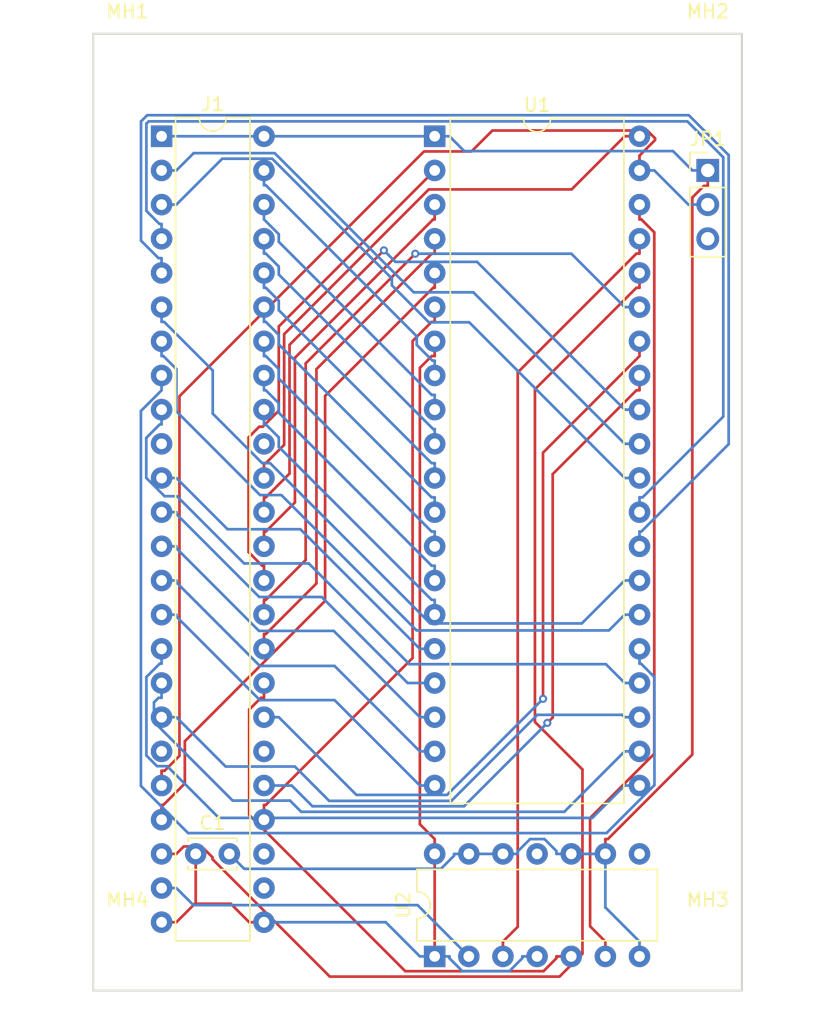
<source format=kicad_pcb>
(kicad_pcb (version 20211014) (generator pcbnew)
  (layers (0 "F.Cu" signal) (31 "B.Cu" signal) (34 "B.Paste" user) (35 "F.Paste" user) (36 "B.SilkS" user "B.Silkscreen") (37 "F.SilkS" user "F.Silkscreen") (38 "B.Mask" user) (39 "F.Mask" user) (44 "Edge.Cuts" user))
  (net 0 "")
  (net 1 "VCC")
  (net 2 "GND")
  (net 3 "Net-(J1-Pad30)")
  (net 4 "/P26")
  (net 5 "Net-(J1-Pad27)")
  (net 6 "/P27")
  (net 7 "/P47")
  (net 8 "/P46")
  (net 9 "Net-(J1-Pad26)")
  (net 10 "Net-(J1-Pad19)")
  (net 11 "/P25")
  (net 12 "/P24")
  (net 13 "/P23")
  (net 14 "/P22")
  (net 15 "/P21")
  (net 16 "/P20")
  (net 17 "/P34")
  (net 18 "Net-(J1-Pad10)")
  (net 19 "/P35")
  (net 20 "/P17")
  (net 21 "/P36")
  (net 22 "/P16")
  (net 23 "Net-(J1-Pad39)")
  (net 24 "/P15")
  (net 25 "/P40")
  (net 26 "/P14")
  (net 27 "/P41")
  (net 28 "/P13")
  (net 29 "/P42")
  (net 30 "/P12")
  (net 31 "/P11")
  (net 32 "/P44")
  (net 33 "/P10")
  (net 34 "/P45")
  (net 35 "Net-(U2-Pad11)")
  (net 36 "Net-(U2-Pad8)")
  (net 37 "/P33")
  (net 38 "/P32")
  (net 39 "/P31")
  (net 40 "/P30")
  (net 41 "/P51")
  (net 42 "/P55")
  (net 43 "/P43")
  (net 44 "/P37")
  (net 45 "/P52")
  (net 46 "/P54")
  (net 47 "/P50")
  (net 48 "Net-(JP1-Pad3)")
  (net 49 "/EXTAL")
  (net 50 "/P53")
  (net 51 "Net-(U1-Pad37)")
  (footprint "MountingHole:MountingHole_3.2mm_M3" (layer "F.Cu") (at 101 70)
    (fp_text reference "MH1" (at 0 -4.2) (layer "F.SilkS"))
    (fp_text value "MountingHole_3.2mm_M3")
    (pad "" np_thru_hole circle locked (at 0 0) (size 3.2 3.2) (drill 3.2) (layers *.Cu *.Mask))
  )
  (footprint "MountingHole:MountingHole_3.2mm_M3" (layer "F.Cu") (at 144.18 70)
    (fp_text reference "MH2" (at 0 -4.2) (layer "F.SilkS"))
    (fp_text value "MountingHole_3.2mm_M3")
    (pad "" np_thru_hole circle locked (at 0 0) (size 3.2 3.2) (drill 3.2) (layers *.Cu *.Mask))
  )
  (footprint "MountingHole:MountingHole_3.2mm_M3" (layer "F.Cu") (at 144.18 136.04)
    (fp_text reference "MH3" (at 0 -4.2) (layer "F.SilkS"))
    (fp_text value "MountingHole_3.2mm_M3")
    (pad "" np_thru_hole circle locked (at 0 0) (size 3.2 3.2) (drill 3.2) (layers *.Cu *.Mask))
  )
  (footprint "MountingHole:MountingHole_3.2mm_M3" (layer "F.Cu") (at 101 136.04)
    (fp_text reference "MH4" (at 0 -4.2) (layer "F.SilkS"))
    (fp_text value "MountingHole_3.2mm_M3")
    (pad "" np_thru_hole circle locked (at 0 0) (size 3.2 3.2) (drill 3.2) (layers *.Cu *.Mask))
  )
  (footprint "Package_DIP:DIP-14_W7.62mm" (layer "F.Cu") (at 123.86 136.04 90)
    (fp_text reference "U2" (at 3.81 -2.33 90) (layer "F.SilkS"))
    (fp_text value "74HCT126")
    (pad "1" thru_hole rect locked (at 0 0 90) (size 1.6 1.6) (drill 0.8) (layers *.Cu *.Mask) (net 1 "VCC"))
    (pad "2" thru_hole oval locked (at 0 2.54 90) (size 1.6 1.6) (drill 0.8) (layers *.Cu *.Mask) (net 50 "/P53"))
    (pad "3" thru_hole oval locked (at 0 5.08 90) (size 1.6 1.6) (drill 0.8) (layers *.Cu *.Mask) (net 51 "Net-(U1-Pad37)"))
    (pad "4" thru_hole oval locked (at 0 7.62 90) (size 1.6 1.6) (drill 0.8) (layers *.Cu *.Mask) (net 1 "VCC"))
    (pad "5" thru_hole oval locked (at 0 10.16 90) (size 1.6 1.6) (drill 0.8) (layers *.Cu *.Mask) (net 8 "/P46"))
    (pad "6" thru_hole oval locked (at 0 12.7 90) (size 1.6 1.6) (drill 0.8) (layers *.Cu *.Mask) (net 49 "/EXTAL"))
    (pad "7" thru_hole oval locked (at 0 15.24 90) (size 1.6 1.6) (drill 0.8) (layers *.Cu *.Mask) (net 2 "GND"))
    (pad "8" thru_hole oval locked (at 7.62 15.24 90) (size 1.6 1.6) (drill 0.8) (layers *.Cu *.Mask) (net 36 "Net-(U2-Pad8)"))
    (pad "9" thru_hole oval locked (at 7.62 12.7 90) (size 1.6 1.6) (drill 0.8) (layers *.Cu *.Mask) (net 2 "GND"))
    (pad "10" thru_hole oval locked (at 7.62 10.16 90) (size 1.6 1.6) (drill 0.8) (layers *.Cu *.Mask) (net 2 "GND"))
    (pad "11" thru_hole oval locked (at 7.62 7.62 90) (size 1.6 1.6) (drill 0.8) (layers *.Cu *.Mask) (net 35 "Net-(U2-Pad11)"))
    (pad "12" thru_hole oval locked (at 7.62 5.08 90) (size 1.6 1.6) (drill 0.8) (layers *.Cu *.Mask) (net 2 "GND"))
    (pad "13" thru_hole oval locked (at 7.62 2.54 90) (size 1.6 1.6) (drill 0.8) (layers *.Cu *.Mask) (net 2 "GND"))
    (pad "14" thru_hole oval locked (at 7.62 0 90) (size 1.6 1.6) (drill 0.8) (layers *.Cu *.Mask) (net 1 "VCC"))
  )
  (footprint "Connector_PinHeader_2.54mm:PinHeader_1x03_P2.54mm_Vertical" (layer "F.Cu") (at 144.18 77.62)
    (fp_text reference "JP1" (at 0 -2.33) (layer "F.SilkS"))
    (fp_text value "HD63/MC68")
    (pad "1" thru_hole rect locked (at 0 0) (size 1.7 1.7) (drill 1) (layers *.Cu *.Mask) (net 2 "GND"))
    (pad "2" thru_hole oval locked (at 0 2.54) (size 1.7 1.7) (drill 1) (layers *.Cu *.Mask) (net 47 "/P50"))
    (pad "3" thru_hole oval locked (at 0 5.08) (size 1.7 1.7) (drill 1) (layers *.Cu *.Mask) (net 48 "Net-(JP1-Pad3)"))
  )
  (footprint "Capacitor_THT:C_Disc_D3.4mm_W2.1mm_P2.50mm" (layer "F.Cu") (at 106.08 128.42)
    (fp_text reference "C1" (at 1.25 -2.3) (layer "F.SilkS"))
    (fp_text value "0.1u")
    (pad "1" thru_hole circle locked (at 0 0) (size 1.6 1.6) (drill 0.8) (layers *.Cu *.Mask) (net 1 "VCC"))
    (pad "2" thru_hole circle locked (at 2.5 0) (size 1.6 1.6) (drill 0.8) (layers *.Cu *.Mask) (net 2 "GND"))
  )
  (footprint "0-LocalLibrary:DIP-48_W7.62mm" (layer "F.Cu") (at 103.54 75.08)
    (fp_text reference "J1" (at 3.81 -2.39) (layer "F.SilkS"))
    (fp_text value "BionicConnector")
    (pad "1" thru_hole rect locked (at 0 0) (size 1.6 1.6) (drill 0.8) (layers *.Cu *.Mask) (net 2 "GND"))
    (pad "2" thru_hole oval locked (at 0 2.54) (size 1.6 1.6) (drill 0.8) (layers *.Cu *.Mask) (net 33 "/P10"))
    (pad "3" thru_hole oval locked (at 0 5.08) (size 1.6 1.6) (drill 0.8) (layers *.Cu *.Mask) (net 31 "/P11"))
    (pad "4" thru_hole oval locked (at 0 7.62) (size 1.6 1.6) (drill 0.8) (layers *.Cu *.Mask) (net 30 "/P12"))
    (pad "5" thru_hole oval locked (at 0 10.16) (size 1.6 1.6) (drill 0.8) (layers *.Cu *.Mask) (net 28 "/P13"))
    (pad "6" thru_hole oval locked (at 0 12.7) (size 1.6 1.6) (drill 0.8) (layers *.Cu *.Mask) (net 26 "/P14"))
    (pad "7" thru_hole oval locked (at 0 15.24) (size 1.6 1.6) (drill 0.8) (layers *.Cu *.Mask) (net 24 "/P15"))
    (pad "8" thru_hole oval locked (at 0 17.78) (size 1.6 1.6) (drill 0.8) (layers *.Cu *.Mask) (net 22 "/P16"))
    (pad "9" thru_hole oval locked (at 0 20.32) (size 1.6 1.6) (drill 0.8) (layers *.Cu *.Mask) (net 20 "/P17"))
    (pad "10" thru_hole oval locked (at 0 22.86) (size 1.6 1.6) (drill 0.8) (layers *.Cu *.Mask) (net 18 "Net-(J1-Pad10)"))
    (pad "11" thru_hole oval locked (at 0 25.4) (size 1.6 1.6) (drill 0.8) (layers *.Cu *.Mask) (net 40 "/P30"))
    (pad "12" thru_hole oval locked (at 0 27.94) (size 1.6 1.6) (drill 0.8) (layers *.Cu *.Mask) (net 39 "/P31"))
    (pad "13" thru_hole oval locked (at 0 30.48) (size 1.6 1.6) (drill 0.8) (layers *.Cu *.Mask) (net 38 "/P32"))
    (pad "14" thru_hole oval locked (at 0 33.02) (size 1.6 1.6) (drill 0.8) (layers *.Cu *.Mask) (net 37 "/P33"))
    (pad "15" thru_hole oval locked (at 0 35.56) (size 1.6 1.6) (drill 0.8) (layers *.Cu *.Mask) (net 17 "/P34"))
    (pad "16" thru_hole oval locked (at 0 38.1) (size 1.6 1.6) (drill 0.8) (layers *.Cu *.Mask) (net 19 "/P35"))
    (pad "17" thru_hole oval locked (at 0 40.64) (size 1.6 1.6) (drill 0.8) (layers *.Cu *.Mask) (net 21 "/P36"))
    (pad "18" thru_hole oval locked (at 0 43.18) (size 1.6 1.6) (drill 0.8) (layers *.Cu *.Mask) (net 44 "/P37"))
    (pad "19" thru_hole oval locked (at 0 45.72) (size 1.6 1.6) (drill 0.8) (layers *.Cu *.Mask) (net 10 "Net-(J1-Pad19)"))
    (pad "20" thru_hole oval locked (at 0 48.26) (size 1.6 1.6) (drill 0.8) (layers *.Cu *.Mask) (net 47 "/P50"))
    (pad "21" thru_hole oval locked (at 0 50.8) (size 1.6 1.6) (drill 0.8) (layers *.Cu *.Mask) (net 41 "/P51"))
    (pad "22" thru_hole oval locked (at 0 53.34) (size 1.6 1.6) (drill 0.8) (layers *.Cu *.Mask) (net 45 "/P52"))
    (pad "23" thru_hole oval locked (at 0 55.88) (size 1.6 1.6) (drill 0.8) (layers *.Cu *.Mask) (net 50 "/P53"))
    (pad "24" thru_hole oval locked (at 0 58.42) (size 1.6 1.6) (drill 0.8) (layers *.Cu *.Mask) (net 1 "VCC"))
    (pad "25" thru_hole oval locked (at 7.62 58.42) (size 1.6 1.6) (drill 0.8) (layers *.Cu *.Mask) (net 1 "VCC"))
    (pad "26" thru_hole oval locked (at 7.62 55.88) (size 1.6 1.6) (drill 0.8) (layers *.Cu *.Mask) (net 9 "Net-(J1-Pad26)"))
    (pad "27" thru_hole oval locked (at 7.62 53.34) (size 1.6 1.6) (drill 0.8) (layers *.Cu *.Mask) (net 5 "Net-(J1-Pad27)"))
    (pad "28" thru_hole oval locked (at 7.62 50.8) (size 1.6 1.6) (drill 0.8) (layers *.Cu *.Mask) (net 42 "/P55"))
    (pad "29" thru_hole oval locked (at 7.62 48.26) (size 1.6 1.6) (drill 0.8) (layers *.Cu *.Mask) (net 46 "/P54"))
    (pad "30" thru_hole oval locked (at 7.62 45.72) (size 1.6 1.6) (drill 0.8) (layers *.Cu *.Mask) (net 3 "Net-(J1-Pad30)"))
    (pad "31" thru_hole oval locked (at 7.62 43.18) (size 1.6 1.6) (drill 0.8) (layers *.Cu *.Mask) (net 7 "/P47"))
    (pad "32" thru_hole oval locked (at 7.62 40.64) (size 1.6 1.6) (drill 0.8) (layers *.Cu *.Mask) (net 8 "/P46"))
    (pad "33" thru_hole oval locked (at 7.62 38.1) (size 1.6 1.6) (drill 0.8) (layers *.Cu *.Mask) (net 34 "/P45"))
    (pad "34" thru_hole oval locked (at 7.62 35.56) (size 1.6 1.6) (drill 0.8) (layers *.Cu *.Mask) (net 32 "/P44"))
    (pad "35" thru_hole oval locked (at 7.62 33.02) (size 1.6 1.6) (drill 0.8) (layers *.Cu *.Mask) (net 43 "/P43"))
    (pad "36" thru_hole oval locked (at 7.62 30.48) (size 1.6 1.6) (drill 0.8) (layers *.Cu *.Mask) (net 29 "/P42"))
    (pad "37" thru_hole oval locked (at 7.62 27.94) (size 1.6 1.6) (drill 0.8) (layers *.Cu *.Mask) (net 27 "/P41"))
    (pad "38" thru_hole oval locked (at 7.62 25.4) (size 1.6 1.6) (drill 0.8) (layers *.Cu *.Mask) (net 25 "/P40"))
    (pad "39" thru_hole oval locked (at 7.62 22.86) (size 1.6 1.6) (drill 0.8) (layers *.Cu *.Mask) (net 23 "Net-(J1-Pad39)"))
    (pad "40" thru_hole oval locked (at 7.62 20.32) (size 1.6 1.6) (drill 0.8) (layers *.Cu *.Mask) (net 6 "/P27"))
    (pad "41" thru_hole oval locked (at 7.62 17.78) (size 1.6 1.6) (drill 0.8) (layers *.Cu *.Mask) (net 4 "/P26"))
    (pad "42" thru_hole oval locked (at 7.62 15.24) (size 1.6 1.6) (drill 0.8) (layers *.Cu *.Mask) (net 11 "/P25"))
    (pad "43" thru_hole oval locked (at 7.62 12.7) (size 1.6 1.6) (drill 0.8) (layers *.Cu *.Mask) (net 12 "/P24"))
    (pad "44" thru_hole oval locked (at 7.62 10.16) (size 1.6 1.6) (drill 0.8) (layers *.Cu *.Mask) (net 13 "/P23"))
    (pad "45" thru_hole oval locked (at 7.62 7.62) (size 1.6 1.6) (drill 0.8) (layers *.Cu *.Mask) (net 14 "/P22"))
    (pad "46" thru_hole oval locked (at 7.62 5.08) (size 1.6 1.6) (drill 0.8) (layers *.Cu *.Mask) (net 15 "/P21"))
    (pad "47" thru_hole oval locked (at 7.62 2.54) (size 1.6 1.6) (drill 0.8) (layers *.Cu *.Mask) (net 16 "/P20"))
    (pad "48" thru_hole oval locked (at 7.62 0) (size 1.6 1.6) (drill 0.8) (layers *.Cu *.Mask) (net 2 "GND"))
  )
  (footprint "Package_DIP:DIP-40_W15.24mm" (layer "F.Cu") (at 123.86 75.08)
    (fp_text reference "U1" (at 7.62 -2.33) (layer "F.SilkS"))
    (fp_text value "MC6809P")
    (pad "1" thru_hole rect locked (at 0 0) (size 1.6 1.6) (drill 0.8) (layers *.Cu *.Mask) (net 2 "GND"))
    (pad "2" thru_hole oval locked (at 0 2.54) (size 1.6 1.6) (drill 0.8) (layers *.Cu *.Mask) (net 43 "/P43"))
    (pad "3" thru_hole oval locked (at 0 5.08) (size 1.6 1.6) (drill 0.8) (layers *.Cu *.Mask) (net 29 "/P42"))
    (pad "4" thru_hole oval locked (at 0 7.62) (size 1.6 1.6) (drill 0.8) (layers *.Cu *.Mask) (net 34 "/P45"))
    (pad "5" thru_hole oval locked (at 0 10.16) (size 1.6 1.6) (drill 0.8) (layers *.Cu *.Mask) (net 41 "/P51"))
    (pad "6" thru_hole oval locked (at 0 12.7) (size 1.6 1.6) (drill 0.8) (layers *.Cu *.Mask) (net 42 "/P55"))
    (pad "7" thru_hole oval locked (at 0 15.24) (size 1.6 1.6) (drill 0.8) (layers *.Cu *.Mask) (net 1 "VCC"))
    (pad "8" thru_hole oval locked (at 0 17.78) (size 1.6 1.6) (drill 0.8) (layers *.Cu *.Mask) (net 16 "/P20"))
    (pad "9" thru_hole oval locked (at 0 20.32) (size 1.6 1.6) (drill 0.8) (layers *.Cu *.Mask) (net 15 "/P21"))
    (pad "10" thru_hole oval locked (at 0 22.86) (size 1.6 1.6) (drill 0.8) (layers *.Cu *.Mask) (net 14 "/P22"))
    (pad "11" thru_hole oval locked (at 0 25.4) (size 1.6 1.6) (drill 0.8) (layers *.Cu *.Mask) (net 13 "/P23"))
    (pad "12" thru_hole oval locked (at 0 27.94) (size 1.6 1.6) (drill 0.8) (layers *.Cu *.Mask) (net 12 "/P24"))
    (pad "13" thru_hole oval locked (at 0 30.48) (size 1.6 1.6) (drill 0.8) (layers *.Cu *.Mask) (net 11 "/P25"))
    (pad "14" thru_hole oval locked (at 0 33.02) (size 1.6 1.6) (drill 0.8) (layers *.Cu *.Mask) (net 4 "/P26"))
    (pad "15" thru_hole oval locked (at 0 35.56) (size 1.6 1.6) (drill 0.8) (layers *.Cu *.Mask) (net 6 "/P27"))
    (pad "16" thru_hole oval locked (at 0 38.1) (size 1.6 1.6) (drill 0.8) (layers *.Cu *.Mask) (net 40 "/P30"))
    (pad "17" thru_hole oval locked (at 0 40.64) (size 1.6 1.6) (drill 0.8) (layers *.Cu *.Mask) (net 39 "/P31"))
    (pad "18" thru_hole oval locked (at 0 43.18) (size 1.6 1.6) (drill 0.8) (layers *.Cu *.Mask) (net 38 "/P32"))
    (pad "19" thru_hole oval locked (at 0 45.72) (size 1.6 1.6) (drill 0.8) (layers *.Cu *.Mask) (net 37 "/P33"))
    (pad "20" thru_hole oval locked (at 0 48.26) (size 1.6 1.6) (drill 0.8) (layers *.Cu *.Mask) (net 17 "/P34"))
    (pad "21" thru_hole oval locked (at 15.24 48.26) (size 1.6 1.6) (drill 0.8) (layers *.Cu *.Mask) (net 19 "/P35"))
    (pad "22" thru_hole oval locked (at 15.24 45.72) (size 1.6 1.6) (drill 0.8) (layers *.Cu *.Mask) (net 21 "/P36"))
    (pad "23" thru_hole oval locked (at 15.24 43.18) (size 1.6 1.6) (drill 0.8) (layers *.Cu *.Mask) (net 44 "/P37"))
    (pad "24" thru_hole oval locked (at 15.24 40.64) (size 1.6 1.6) (drill 0.8) (layers *.Cu *.Mask) (net 20 "/P17"))
    (pad "25" thru_hole oval locked (at 15.24 38.1) (size 1.6 1.6) (drill 0.8) (layers *.Cu *.Mask) (net 22 "/P16"))
    (pad "26" thru_hole oval locked (at 15.24 35.56) (size 1.6 1.6) (drill 0.8) (layers *.Cu *.Mask) (net 24 "/P15"))
    (pad "27" thru_hole oval locked (at 15.24 33.02) (size 1.6 1.6) (drill 0.8) (layers *.Cu *.Mask) (net 26 "/P14"))
    (pad "28" thru_hole oval locked (at 15.24 30.48) (size 1.6 1.6) (drill 0.8) (layers *.Cu *.Mask) (net 28 "/P13"))
    (pad "29" thru_hole oval locked (at 15.24 27.94) (size 1.6 1.6) (drill 0.8) (layers *.Cu *.Mask) (net 30 "/P12"))
    (pad "30" thru_hole oval locked (at 15.24 25.4) (size 1.6 1.6) (drill 0.8) (layers *.Cu *.Mask) (net 31 "/P11"))
    (pad "31" thru_hole oval locked (at 15.24 22.86) (size 1.6 1.6) (drill 0.8) (layers *.Cu *.Mask) (net 33 "/P10"))
    (pad "32" thru_hole oval locked (at 15.24 20.32) (size 1.6 1.6) (drill 0.8) (layers *.Cu *.Mask) (net 27 "/P41"))
    (pad "33" thru_hole oval locked (at 15.24 17.78) (size 1.6 1.6) (drill 0.8) (layers *.Cu *.Mask) (net 46 "/P54"))
    (pad "34" thru_hole oval locked (at 15.24 15.24) (size 1.6 1.6) (drill 0.8) (layers *.Cu *.Mask) (net 7 "/P47"))
    (pad "35" thru_hole oval locked (at 15.24 12.7) (size 1.6 1.6) (drill 0.8) (layers *.Cu *.Mask) (net 32 "/P44"))
    (pad "36" thru_hole oval locked (at 15.24 10.16) (size 1.6 1.6) (drill 0.8) (layers *.Cu *.Mask) (net 45 "/P52"))
    (pad "37" thru_hole oval locked (at 15.24 7.62) (size 1.6 1.6) (drill 0.8) (layers *.Cu *.Mask) (net 51 "Net-(U1-Pad37)"))
    (pad "38" thru_hole oval locked (at 15.24 5.08) (size 1.6 1.6) (drill 0.8) (layers *.Cu *.Mask) (net 49 "/EXTAL"))
    (pad "39" thru_hole oval locked (at 15.24 2.54) (size 1.6 1.6) (drill 0.8) (layers *.Cu *.Mask) (net 47 "/P50"))
    (pad "40" thru_hole oval locked (at 15.24 0) (size 1.6 1.6) (drill 0.8) (layers *.Cu *.Mask) (net 25 "/P40"))
  )
  (gr_line (start 98.46 138.58) (end 98.46 67.46) (layer "Edge.Cuts") (width 0.15))
  (gr_line (start 98.46 67.46) (end 146.72 67.46) (layer "Edge.Cuts") (width 0.15))
  (gr_line (start 146.72 67.46) (end 146.72 138.58) (layer "Edge.Cuts") (width 0.15))
  (gr_line (start 146.72 138.58) (end 98.46 138.58) (layer "Edge.Cuts") (width 0.15))
  (segment (start 123.86 136.04) (end 123.86 128.42) (width 0.2) (layer "F.Cu") (net 1))
  (segment (start 108.6896 132.1299) (end 106.08 132.1299) (width 0.2) (layer "F.Cu") (net 1))
  (segment (start 106.08 132.1299) (end 106.08 128.42) (width 0.2) (layer "F.Cu") (net 1))
  (segment (start 122.7581 92.2942) (end 123.632 91.4203) (width 0.2) (layer "F.Cu") (net 1))
  (segment (start 123.86 128.42) (end 123.86 127.3197) (width 0.2) (layer "F.Cu") (net 1))
  (segment (start 123.86 127.3197) (end 122.7581 126.2178) (width 0.2) (layer "F.Cu") (net 1))
  (segment (start 103.54 133.5) (end 104.6403 133.5) (width 0.2) (layer "F.Cu") (net 1))
  (segment (start 110.0597 133.5) (end 108.6896 132.1299) (width 0.2) (layer "F.Cu") (net 1))
  (segment (start 106.08 132.1299) (end 106.0104 132.1299) (width 0.2) (layer "F.Cu") (net 1))
  (segment (start 123.632 91.4203) (end 123.86 91.4203) (width 0.2) (layer "F.Cu") (net 1))
  (segment (start 106.0104 132.1299) (end 104.6403 133.5) (width 0.2) (layer "F.Cu") (net 1))
  (segment (start 123.86 90.32) (end 123.86 91.4203) (width 0.2) (layer "F.Cu") (net 1))
  (segment (start 122.7581 126.2178) (end 122.7581 92.2942) (width 0.2) (layer "F.Cu") (net 1))
  (segment (start 111.16 133.5) (end 110.0597 133.5) (width 0.2) (layer "F.Cu") (net 1))
  (segment (start 131.48 136.04) (end 130.3797 136.04) (width 0.2) (layer "B.Cu") (net 1))
  (segment (start 124.9603 136.1777) (end 124.9603 136.04) (width 0.2) (layer "B.Cu") (net 1))
  (segment (start 129.4169 137.1403) (end 125.9229 137.1403) (width 0.2) (layer "B.Cu") (net 1))
  (segment (start 123.86 136.04) (end 124.9603 136.04) (width 0.2) (layer "B.Cu") (net 1))
  (segment (start 111.16 133.5) (end 120.2197 133.5) (width 0.2) (layer "B.Cu") (net 1))
  (segment (start 130.3797 136.1775) (end 129.4169 137.1403) (width 0.2) (layer "B.Cu") (net 1))
  (segment (start 130.3797 136.04) (end 130.3797 136.1775) (width 0.2) (layer "B.Cu") (net 1))
  (segment (start 120.2197 133.5) (end 122.7597 136.04) (width 0.2) (layer "B.Cu") (net 1))
  (segment (start 125.9229 137.1403) (end 124.9603 136.1777) (width 0.2) (layer "B.Cu") (net 1))
  (segment (start 123.86 136.04) (end 122.7597 136.04) (width 0.2) (layer "B.Cu") (net 1))
  (segment (start 136.56 128.42) (end 136.56 127.3197) (width 0.2) (layer "F.Cu") (net 2))
  (segment (start 144.18 77.62) (end 144.18 78.7703) (width 0.2) (layer "F.Cu") (net 2))
  (segment (start 143.0297 79.6329) (end 143.8923 78.7703) (width 0.2) (layer "F.Cu") (net 2))
  (segment (start 143.8923 78.7703) (end 144.18 78.7703) (width 0.2) (layer "F.Cu") (net 2))
  (segment (start 143.0297 121.034) (end 143.0297 79.6329) (width 0.2) (layer "F.Cu") (net 2))
  (segment (start 136.56 127.3197) (end 136.744 127.3197) (width 0.2) (layer "F.Cu") (net 2))
  (segment (start 136.744 127.3197) (end 143.0297 121.034) (width 0.2) (layer "F.Cu") (net 2))
  (segment (start 124.326 129.5312) (end 109.6912 129.5312) (width 0.2) (layer "B.Cu") (net 2))
  (segment (start 132.9197 128.42) (end 132.9197 128.2092) (width 0.2) (layer "B.Cu") (net 2))
  (segment (start 128.94 128.42) (end 130.0403 128.42) (width 0.2) (layer "B.Cu") (net 2))
  (segment (start 132.9197 128.2092) (end 132.0301 127.3196) (width 0.2) (layer "B.Cu") (net 2))
  (segment (start 134.02 128.42) (end 135.1203 128.42) (width 0.2) (layer "B.Cu") (net 2))
  (segment (start 123.86 75.08) (end 111.16 75.08) (width 0.2) (layer "B.Cu") (net 2))
  (segment (start 143.0297 77.62) (end 141.59 76.1803) (width 0.2) (layer "B.Cu") (net 2))
  (segment (start 125.2997 128.5575) (end 124.326 129.5312) (width 0.2) (layer "B.Cu") (net 2))
  (segment (start 130.0403 128.2397) (end 130.0403 128.42) (width 0.2) (layer "B.Cu") (net 2))
  (segment (start 130.9604 127.3196) (end 130.0403 128.2397) (width 0.2) (layer "B.Cu") (net 2))
  (segment (start 125.2997 128.42) (end 125.2997 128.5575) (width 0.2) (layer "B.Cu") (net 2))
  (segment (start 144.18 77.62) (end 143.0297 77.62) (width 0.2) (layer "B.Cu") (net 2))
  (segment (start 109.6912 129.5312) (end 108.58 128.42) (width 0.2) (layer "B.Cu") (net 2))
  (segment (start 126.0606 76.1803) (end 124.9603 75.08) (width 0.2) (layer "B.Cu") (net 2))
  (segment (start 139.1 136.04) (end 139.1 134.9397) (width 0.2) (layer "B.Cu") (net 2))
  (segment (start 136.56 128.42) (end 136.56 132.3997) (width 0.2) (layer "B.Cu") (net 2))
  (segment (start 134.02 128.42) (end 132.9197 128.42) (width 0.2) (layer "B.Cu") (net 2))
  (segment (start 111.16 75.08) (end 103.54 75.08) (width 0.2) (layer "B.Cu") (net 2))
  (segment (start 126.4 128.42) (end 125.2997 128.42) (width 0.2) (layer "B.Cu") (net 2))
  (segment (start 141.59 76.1803) (end 126.0606 76.1803) (width 0.2) (layer "B.Cu") (net 2))
  (segment (start 136.56 132.3997) (end 139.1 134.9397) (width 0.2) (layer "B.Cu") (net 2))
  (segment (start 132.0301 127.3196) (end 130.9604 127.3196) (width 0.2) (layer "B.Cu") (net 2))
  (segment (start 136.56 128.42) (end 135.1203 128.42) (width 0.2) (layer "B.Cu") (net 2))
  (segment (start 123.86 75.08) (end 124.9603 75.08) (width 0.2) (layer "B.Cu") (net 2))
  (segment (start 128.94 128.42) (end 126.4 128.42) (width 0.2) (layer "B.Cu") (net 2))
  (segment (start 123.86 108.1) (end 123.86 106.9997) (width 0.2) (layer "B.Cu") (net 4))
  (segment (start 112.2603 94.9229) (end 112.2603 95.628) (width 0.2) (layer "B.Cu") (net 4))
  (segment (start 111.16 93.9603) (end 111.2977 93.9603) (width 0.2) (layer "B.Cu") (net 4))
  (segment (start 111.16 92.86) (end 111.16 93.9603) (width 0.2) (layer "B.Cu") (net 4))
  (segment (start 123.632 106.9997) (end 123.86 106.9997) (width 0.2) (layer "B.Cu") (net 4))
  (segment (start 111.2977 93.9603) (end 112.2603 94.9229) (width 0.2) (layer "B.Cu") (net 4))
  (segment (start 112.2603 95.628) (end 123.632 106.9997) (width 0.2) (layer "B.Cu") (net 4))
  (segment (start 123.632 109.5397) (end 123.86 109.5397) (width 0.2) (layer "B.Cu") (net 6))
  (segment (start 123.86 110.64) (end 123.86 109.5397) (width 0.2) (layer "B.Cu") (net 6))
  (segment (start 112.2603 97.4629) (end 112.2603 98.168) (width 0.2) (layer "B.Cu") (net 6))
  (segment (start 112.2603 98.168) (end 123.632 109.5397) (width 0.2) (layer "B.Cu") (net 6))
  (segment (start 111.2977 96.5003) (end 112.2603 97.4629) (width 0.2) (layer "B.Cu") (net 6))
  (segment (start 111.16 96.5003) (end 111.2977 96.5003) (width 0.2) (layer "B.Cu") (net 6))
  (segment (start 111.16 95.4) (end 111.16 96.5003) (width 0.2) (layer "B.Cu") (net 6))
  (segment (start 139.1 91.4203) (end 131.9217 98.5986) (width 0.2) (layer "F.Cu") (net 7))
  (segment (start 139.1 90.32) (end 139.1 91.4203) (width 0.2) (layer "F.Cu") (net 7))
  (segment (start 131.9217 98.5986) (end 131.9217 116.8946) (width 0.2) (layer "F.Cu") (net 7))
  (via (at 131.9217 116.8946) (size 0.6) (drill 0.3) (layers "F.Cu" "B.Cu") (net 7))
  (segment (start 124.779 124.0373) (end 131.9217 116.8946) (width 0.2) (layer "B.Cu") (net 7))
  (segment (start 112.2603 118.26) (end 118.0376 124.0373) (width 0.2) (layer "B.Cu") (net 7))
  (segment (start 118.0376 124.0373) (end 124.779 124.0373) (width 0.2) (layer "B.Cu") (net 7))
  (segment (start 111.16 118.26) (end 112.2603 118.26) (width 0.2) (layer "B.Cu") (net 7))
  (segment (start 111.16 115.72) (end 111.16 116.8203) (width 0.2) (layer "F.Cu") (net 8))
  (segment (start 132.9197 136.04) (end 132.9197 136.1775) (width 0.2) (layer "F.Cu") (net 8))
  (segment (start 110.932 116.8203) (end 111.16 116.8203) (width 0.2) (layer "F.Cu") (net 8))
  (segment (start 110.0556 125.5233) (end 110.0556 117.6967) (width 0.2) (layer "F.Cu") (net 8))
  (segment (start 121.6727 137.1404) (end 110.0556 125.5233) (width 0.2) (layer "F.Cu") (net 8))
  (segment (start 131.9568 137.1404) (end 121.6727 137.1404) (width 0.2) (layer "F.Cu") (net 8))
  (segment (start 132.9197 136.1775) (end 131.9568 137.1404) (width 0.2) (layer "F.Cu") (net 8))
  (segment (start 134.02 136.04) (end 132.9197 136.04) (width 0.2) (layer "F.Cu") (net 8))
  (segment (start 110.0556 117.6967) (end 110.932 116.8203) (width 0.2) (layer "F.Cu") (net 8))
  (segment (start 111.2977 91.4203) (end 112.2603 92.3829) (width 0.2) (layer "B.Cu") (net 11))
  (segment (start 111.16 91.4203) (end 111.2977 91.4203) (width 0.2) (layer "B.Cu") (net 11))
  (segment (start 111.16 90.32) (end 111.16 91.4203) (width 0.2) (layer "B.Cu") (net 11))
  (segment (start 123.632 104.4597) (end 123.86 104.4597) (width 0.2) (layer "B.Cu") (net 11))
  (segment (start 112.2603 93.088) (end 123.632 104.4597) (width 0.2) (layer "B.Cu") (net 11))
  (segment (start 123.86 105.56) (end 123.86 104.4597) (width 0.2) (layer "B.Cu") (net 11))
  (segment (start 112.2603 92.3829) (end 112.2603 93.088) (width 0.2) (layer "B.Cu") (net 11))
  (segment (start 123.86 103.02) (end 123.86 101.9197) (width 0.2) (layer "B.Cu") (net 12))
  (segment (start 111.16 88.8803) (end 111.2977 88.8803) (width 0.2) (layer "B.Cu") (net 12))
  (segment (start 112.2603 90.548) (end 123.632 101.9197) (width 0.2) (layer "B.Cu") (net 12))
  (segment (start 111.2977 88.8803) (end 112.2603 89.8429) (width 0.2) (layer "B.Cu") (net 12))
  (segment (start 111.16 87.78) (end 111.16 88.8803) (width 0.2) (layer "B.Cu") (net 12))
  (segment (start 112.2603 89.8429) (end 112.2603 90.548) (width 0.2) (layer "B.Cu") (net 12))
  (segment (start 123.632 101.9197) (end 123.86 101.9197) (width 0.2) (layer "B.Cu") (net 12))
  (segment (start 111.16 85.24) (end 111.16 86.3403) (width 0.2) (layer "B.Cu") (net 13))
  (segment (start 112.2603 87.3029) (end 112.2603 88.008) (width 0.2) (layer "B.Cu") (net 13))
  (segment (start 111.2977 86.3403) (end 112.2603 87.3029) (width 0.2) (layer "B.Cu") (net 13))
  (segment (start 123.632 99.3797) (end 123.86 99.3797) (width 0.2) (layer "B.Cu") (net 13))
  (segment (start 111.16 86.3403) (end 111.2977 86.3403) (width 0.2) (layer "B.Cu") (net 13))
  (segment (start 123.86 100.48) (end 123.86 99.3797) (width 0.2) (layer "B.Cu") (net 13))
  (segment (start 112.2603 88.008) (end 123.632 99.3797) (width 0.2) (layer "B.Cu") (net 13))
  (segment (start 112.2603 85.354) (end 123.746 96.8397) (width 0.2) (layer "B.Cu") (net 14))
  (segment (start 111.16 82.7) (end 111.16 83.8003) (width 0.2) (layer "B.Cu") (net 14))
  (segment (start 111.2977 83.8003) (end 112.2603 84.7629) (width 0.2) (layer "B.Cu") (net 14))
  (segment (start 123.86 97.94) (end 123.86 96.8397) (width 0.2) (layer "B.Cu") (net 14))
  (segment (start 123.746 96.8397) (end 123.86 96.8397) (width 0.2) (layer "B.Cu") (net 14))
  (segment (start 112.2603 84.7629) (end 112.2603 85.354) (width 0.2) (layer "B.Cu") (net 14))
  (segment (start 111.16 83.8003) (end 111.2977 83.8003) (width 0.2) (layer "B.Cu") (net 14))
  (segment (start 112.2603 82.928) (end 123.632 94.2997) (width 0.2) (layer "B.Cu") (net 15))
  (segment (start 111.16 81.2603) (end 112.2603 82.3606) (width 0.2) (layer "B.Cu") (net 15))
  (segment (start 112.2603 82.3606) (end 112.2603 82.928) (width 0.2) (layer "B.Cu") (net 15))
  (segment (start 123.86 95.4) (end 123.86 94.2997) (width 0.2) (layer "B.Cu") (net 15))
  (segment (start 123.632 94.2997) (end 123.86 94.2997) (width 0.2) (layer "B.Cu") (net 15))
  (segment (start 111.16 80.16) (end 111.16 81.2603) (width 0.2) (layer "B.Cu") (net 15))
  (segment (start 123.6929 91.7597) (end 123.86 91.7597) (width 0.2) (layer "B.Cu") (net 16))
  (segment (start 122.5244 90.5912) (end 123.6929 91.7597) (width 0.2) (layer "B.Cu") (net 16))
  (segment (start 111.16 77.62) (end 111.16 78.7203) (width 0.2) (layer "B.Cu") (net 16))
  (segment (start 123.86 92.86) (end 123.86 91.7597) (width 0.2) (layer "B.Cu") (net 16))
  (segment (start 111.16 78.7203) (end 111.2976 78.7203) (width 0.2) (layer "B.Cu") (net 16))
  (segment (start 122.5244 89.9471) (end 122.5244 90.5912) (width 0.2) (layer "B.Cu") (net 16))
  (segment (start 111.2976 78.7203) (end 122.5244 89.9471) (width 0.2) (layer "B.Cu") (net 16))
  (segment (start 104.6403 110.7775) (end 104.6403 110.64) (width 0.2) (layer "B.Cu") (net 17))
  (segment (start 116.4097 116.99) (end 110.8528 116.99) (width 0.2) (layer "B.Cu") (net 17))
  (segment (start 122.7597 123.34) (end 116.4097 116.99) (width 0.2) (layer "B.Cu") (net 17))
  (segment (start 103.54 110.64) (end 104.6403 110.64) (width 0.2) (layer "B.Cu") (net 17))
  (segment (start 123.86 123.34) (end 122.7597 123.34) (width 0.2) (layer "B.Cu") (net 17))
  (segment (start 110.8528 116.99) (end 104.6403 110.7775) (width 0.2) (layer "B.Cu") (net 17))
  (segment (start 103.1992 121.9004) (end 103.9563 121.9004) (width 0.2) (layer "B.Cu") (net 19))
  (segment (start 139.1 123.34) (end 137.9997 123.34) (width 0.2) (layer "B.Cu") (net 19))
  (segment (start 107.8027 125.7468) (end 135.5929 125.7468) (width 0.2) (layer "B.Cu") (net 19))
  (segment (start 102.41 121.1112) (end 103.1992 121.9004) (width 0.2) (layer "B.Cu") (net 19))
  (segment (start 103.54 113.18) (end 103.54 114.2803) (width 0.2) (layer "B.Cu") (net 19))
  (segment (start 135.5929 125.7468) (end 137.9997 123.34) (width 0.2) (layer "B.Cu") (net 19))
  (segment (start 102.41 115.2728) (end 102.41 121.1112) (width 0.2) (layer "B.Cu") (net 19))
  (segment (start 103.9563 121.9004) (end 107.8027 125.7468) (width 0.2) (layer "B.Cu") (net 19))
  (segment (start 103.4025 114.2803) (end 102.41 115.2728) (width 0.2) (layer "B.Cu") (net 19))
  (segment (start 103.54 114.2803) (end 103.4025 114.2803) (width 0.2) (layer "B.Cu") (net 19))
  (segment (start 114.4912 106.83) (end 121.9805 114.3193) (width 0.2) (layer "B.Cu") (net 20))
  (segment (start 103.7637 101.8364) (end 104.6825 101.8364) (width 0.2) (layer "B.Cu") (net 20))
  (segment (start 121.9805 114.3193) (end 136.599 114.3193) (width 0.2) (layer "B.Cu") (net 20))
  (segment (start 103.54 96.5003) (end 103.4025 96.5003) (width 0.2) (layer "B.Cu") (net 20))
  (segment (start 139.1 115.72) (end 137.9997 115.72) (width 0.2) (layer "B.Cu") (net 20))
  (segment (start 104.6825 101.8364) (end 109.6761 106.83) (width 0.2) (layer "B.Cu") (net 20))
  (segment (start 103.54 95.4) (end 103.54 96.5003) (width 0.2) (layer "B.Cu") (net 20))
  (segment (start 102.402 97.5008) (end 102.402 100.4747) (width 0.2) (layer "B.Cu") (net 20))
  (segment (start 109.6761 106.83) (end 114.4912 106.83) (width 0.2) (layer "B.Cu") (net 20))
  (segment (start 103.4025 96.5003) (end 102.402 97.5008) (width 0.2) (layer "B.Cu") (net 20))
  (segment (start 102.402 100.4747) (end 103.7637 101.8364) (width 0.2) (layer "B.Cu") (net 20))
  (segment (start 136.599 114.3193) (end 137.9997 115.72) (width 0.2) (layer "B.Cu") (net 20))
  (segment (start 113.0975 124.4602) (end 113.9283 125.291) (width 0.2) (layer "B.Cu") (net 21))
  (segment (start 102.975 117.1572) (end 102.975 118.6062) (width 0.2) (layer "B.Cu") (net 21))
  (segment (start 103.3119 116.8203) (end 102.975 117.1572) (width 0.2) (layer "B.Cu") (net 21))
  (segment (start 103.54 116.8203) (end 103.3119 116.8203) (width 0.2) (layer "B.Cu") (net 21))
  (segment (start 108.829 124.4602) (end 113.0975 124.4602) (width 0.2) (layer "B.Cu") (net 21))
  (segment (start 133.5087 125.291) (end 137.9997 120.8) (width 0.2) (layer "B.Cu") (net 21))
  (segment (start 139.1 120.8) (end 137.9997 120.8) (width 0.2) (layer "B.Cu") (net 21))
  (segment (start 103.54 115.72) (end 103.54 116.8203) (width 0.2) (layer "B.Cu") (net 21))
  (segment (start 102.975 118.6062) (end 108.829 124.4602) (width 0.2) (layer "B.Cu") (net 21))
  (segment (start 113.9283 125.291) (end 133.5087 125.291) (width 0.2) (layer "B.Cu") (net 21))
  (segment (start 139.214 114.2803) (end 139.1 114.2803) (width 0.2) (layer "B.Cu") (net 22))
  (segment (start 105.5127 126.875) (end 136.6447 126.875) (width 0.2) (layer "B.Cu") (net 22))
  (segment (start 103.54 92.86) (end 103.54 93.9603) (width 0.2) (layer "B.Cu") (net 22))
  (segment (start 136.6447 126.875) (end 140.2108 123.3089) (width 0.2) (layer "B.Cu") (net 22))
  (segment (start 140.2108 123.3089) (end 140.2108 115.2771) (width 0.2) (layer "B.Cu") (net 22))
  (segment (start 140.2108 115.2771) (end 139.214 114.2803) (width 0.2) (layer "B.Cu") (net 22))
  (segment (start 102.0016 95.4987) (end 102.0016 123.3639) (width 0.2) (layer "B.Cu") (net 22))
  (segment (start 102.0016 123.3639) (end 105.5127 126.875) (width 0.2) (layer "B.Cu") (net 22))
  (segment (start 139.1 113.18) (end 139.1 114.2803) (width 0.2) (layer "B.Cu") (net 22))
  (segment (start 103.54 93.9603) (end 102.0016 95.4987) (width 0.2) (layer "B.Cu") (net 22))
  (segment (start 112.4546 101.75) (end 122.5143 111.8097) (width 0.2) (layer "B.Cu") (net 24))
  (segment (start 104.6403 95.5208) (end 110.8695 101.75) (width 0.2) (layer "B.Cu") (net 24))
  (segment (start 103.54 90.32) (end 103.54 91.4203) (width 0.2) (layer "B.Cu") (net 24))
  (segment (start 139.1 110.64) (end 137.9997 110.64) (width 0.2) (layer "B.Cu") (net 24))
  (segment (start 104.6403 92.3829) (end 104.6403 95.5208) (width 0.2) (layer "B.Cu") (net 24))
  (segment (start 136.83 111.8097) (end 137.9997 110.64) (width 0.2) (layer "B.Cu") (net 24))
  (segment (start 122.5143 111.8097) (end 136.83 111.8097) (width 0.2) (layer "B.Cu") (net 24))
  (segment (start 103.54 91.4203) (end 103.6777 91.4203) (width 0.2) (layer "B.Cu") (net 24))
  (segment (start 110.8695 101.75) (end 112.4546 101.75) (width 0.2) (layer "B.Cu") (net 24))
  (segment (start 103.6777 91.4203) (end 104.6403 92.3829) (width 0.2) (layer "B.Cu") (net 24))
  (segment (start 111.16 100.48) (end 111.16 99.3797) (width 0.2) (layer "F.Cu") (net 25))
  (segment (start 112.6606 98.0168) (end 112.6606 89.7922) (width 0.2) (layer "F.Cu") (net 25))
  (segment (start 139.1 75.08) (end 137.9997 75.08) (width 0.2) (layer "F.Cu") (net 25))
  (segment (start 112.6606 89.7922) (end 123.4212 79.0316) (width 0.2) (layer "F.Cu") (net 25))
  (segment (start 123.4212 79.0316) (end 134.0481 79.0316) (width 0.2) (layer "F.Cu") (net 25))
  (segment (start 134.0481 79.0316) (end 137.9997 75.08) (width 0.2) (layer "F.Cu") (net 25))
  (segment (start 111.2977 99.3797) (end 112.6606 98.0168) (width 0.2) (layer "F.Cu") (net 25))
  (segment (start 111.16 99.3797) (end 111.2977 99.3797) (width 0.2) (layer "F.Cu") (net 25))
  (segment (start 111.6158 99.3797) (end 111.0296 99.3797) (width 0.2) (layer "B.Cu") (net 26))
  (segment (start 103.7373 88.8803) (end 103.54 88.8803) (width 0.2) (layer "B.Cu") (net 26))
  (segment (start 107.3462 92.4892) (end 103.7373 88.8803) (width 0.2) (layer "B.Cu") (net 26))
  (segment (start 134.8103 111.2894) (end 123.5255 111.2894) (width 0.2) (layer "B.Cu") (net 26))
  (segment (start 123.5255 111.2894) (end 111.6158 99.3797) (width 0.2) (layer "B.Cu") (net 26))
  (segment (start 103.54 87.78) (end 103.54 88.8803) (width 0.2) (layer "B.Cu") (net 26))
  (segment (start 111.0296 99.3797) (end 107.3462 95.6963) (width 0.2) (layer "B.Cu") (net 26))
  (segment (start 137.9997 108.1) (end 134.8103 111.2894) (width 0.2) (layer "B.Cu") (net 26))
  (segment (start 139.1 108.1) (end 137.9997 108.1) (width 0.2) (layer "B.Cu") (net 26))
  (segment (start 107.3462 95.6963) (end 107.3462 92.4892) (width 0.2) (layer "B.Cu") (net 26))
  (segment (start 113.0609 90.5796) (end 120.08 83.5605) (width 0.2) (layer "F.Cu") (net 27))
  (segment (start 113.0609 100.1563) (end 113.0609 90.5796) (width 0.2) (layer "F.Cu") (net 27))
  (segment (start 111.16 103.02) (end 111.16 101.9197) (width 0.2) (layer "F.Cu") (net 27))
  (segment (start 111.2975 101.9197) (end 113.0609 100.1563) (width 0.2) (layer "F.Cu") (net 27))
  (segment (start 111.16 101.9197) (end 111.2975 101.9197) (width 0.2) (layer "F.Cu") (net 27))
  (via (at 120.08 83.5605) (size 0.6) (drill 0.3) (layers "F.Cu" "B.Cu") (net 27))
  (segment (start 120.9355 84.416) (end 120.08 83.5605) (width 0.2) (layer "B.Cu") (net 27))
  (segment (start 127.0157 84.416) (end 120.9355 84.416) (width 0.2) (layer "B.Cu") (net 27))
  (segment (start 137.9997 95.4) (end 127.0157 84.416) (width 0.2) (layer "B.Cu") (net 27))
  (segment (start 139.1 95.4) (end 137.9997 95.4) (width 0.2) (layer "B.Cu") (net 27))
  (segment (start 145.7346 76.4815) (end 142.7678 73.5147) (width 0.2) (layer "B.Cu") (net 28))
  (segment (start 103.312 84.1397) (end 103.54 84.1397) (width 0.2) (layer "B.Cu") (net 28))
  (segment (start 139.1 104.4597) (end 139.2375 104.4597) (width 0.2) (layer "B.Cu") (net 28))
  (segment (start 102.4733 73.5147) (end 102.0101 73.9779) (width 0.2) (layer "B.Cu") (net 28))
  (segment (start 145.7346 97.9626) (end 145.7346 76.4815) (width 0.2) (layer "B.Cu") (net 28))
  (segment (start 142.7678 73.5147) (end 102.4733 73.5147) (width 0.2) (layer "B.Cu") (net 28))
  (segment (start 102.0101 82.8378) (end 103.312 84.1397) (width 0.2) (layer "B.Cu") (net 28))
  (segment (start 102.0101 73.9779) (end 102.0101 82.8378) (width 0.2) (layer "B.Cu") (net 28))
  (segment (start 103.54 85.24) (end 103.54 84.1397) (width 0.2) (layer "B.Cu") (net 28))
  (segment (start 139.1 105.56) (end 139.1 104.4597) (width 0.2) (layer "B.Cu") (net 28))
  (segment (start 139.2375 104.4597) (end 145.7346 97.9626) (width 0.2) (layer "B.Cu") (net 28))
  (segment (start 111.2975 104.4597) (end 113.4613 102.2959) (width 0.2) (layer "F.Cu") (net 29))
  (segment (start 113.4613 102.2959) (end 113.4613 91.5424) (width 0.2) (layer "F.Cu") (net 29))
  (segment (start 111.16 105.56) (end 111.16 104.4597) (width 0.2) (layer "F.Cu") (net 29))
  (segment (start 123.7434 81.2603) (end 123.86 81.2603) (width 0.2) (layer "F.Cu") (net 29))
  (segment (start 113.4613 91.5424) (end 123.7434 81.2603) (width 0.2) (layer "F.Cu") (net 29))
  (segment (start 123.86 80.16) (end 123.86 81.2603) (width 0.2) (layer "F.Cu") (net 29))
  (segment (start 111.16 104.4597) (end 111.2975 104.4597) (width 0.2) (layer "F.Cu") (net 29))
  (segment (start 102.4104 74.1437) (end 102.5819 73.9722) (width 0.2) (layer "B.Cu") (net 30))
  (segment (start 102.4104 80.6266) (end 102.4104 74.1437) (width 0.2) (layer "B.Cu") (net 30))
  (segment (start 142.6592 73.9722) (end 145.3343 76.6473) (width 0.2) (layer "B.Cu") (net 30))
  (segment (start 145.3343 76.6473) (end 145.3343 95.9134) (width 0.2) (layer "B.Cu") (net 30))
  (segment (start 139.1 103.02) (end 139.1 101.9197) (width 0.2) (layer "B.Cu") (net 30))
  (segment (start 145.3343 95.9134) (end 139.328 101.9197) (width 0.2) (layer "B.Cu") (net 30))
  (segment (start 103.54 82.7) (end 103.54 81.5997) (width 0.2) (layer "B.Cu") (net 30))
  (segment (start 103.54 81.5997) (end 103.3835 81.5997) (width 0.2) (layer "B.Cu") (net 30))
  (segment (start 103.3835 81.5997) (end 102.4104 80.6266) (width 0.2) (layer "B.Cu") (net 30))
  (segment (start 139.328 101.9197) (end 139.1 101.9197) (width 0.2) (layer "B.Cu") (net 30))
  (segment (start 102.5819 73.9722) (end 142.6592 73.9722) (width 0.2) (layer "B.Cu") (net 30))
  (segment (start 126.428 88.9083) (end 137.9997 100.48) (width 0.2) (layer "B.Cu") (net 31))
  (segment (start 104.6403 80.16) (end 108.0531 76.7472) (width 0.2) (layer "B.Cu") (net 31))
  (segment (start 111.7712 76.7472) (end 120.6709 85.6469) (width 0.2) (layer "B.Cu") (net 31))
  (segment (start 108.0531 76.7472) (end 111.7712 76.7472) (width 0.2) (layer "B.Cu") (net 31))
  (segment (start 123.4263 88.9083) (end 126.428 88.9083) (width 0.2) (layer "B.Cu") (net 31))
  (segment (start 120.6709 86.1529) (end 123.4263 88.9083) (width 0.2) (layer "B.Cu") (net 31))
  (segment (start 103.54 80.16) (end 104.6403 80.16) (width 0.2) (layer "B.Cu") (net 31))
  (segment (start 139.1 100.48) (end 137.9997 100.48) (width 0.2) (layer "B.Cu") (net 31))
  (segment (start 120.6709 85.6469) (end 120.6709 86.1529) (width 0.2) (layer "B.Cu") (net 31))
  (segment (start 111.2975 109.5397) (end 114.2618 106.5754) (width 0.2) (layer "F.Cu") (net 32))
  (segment (start 111.16 109.5397) (end 111.2975 109.5397) (width 0.2) (layer "F.Cu") (net 32))
  (segment (start 114.2618 106.5754) (end 114.2618 91.9623) (width 0.2) (layer "F.Cu") (net 32))
  (segment (start 114.2618 91.9623) (end 122.4142 83.8099) (width 0.2) (layer "F.Cu") (net 32))
  (segment (start 111.16 110.64) (end 111.16 109.5397) (width 0.2) (layer "F.Cu") (net 32))
  (via (at 122.4142 83.8099) (size 0.6) (drill 0.3) (layers "F.Cu" "B.Cu") (net 32))
  (segment (start 134.0296 83.8099) (end 122.4142 83.8099) (width 0.2) (layer "B.Cu") (net 32))
  (segment (start 139.1 87.78) (end 137.9997 87.78) (width 0.2) (layer "B.Cu") (net 32))
  (segment (start 137.9997 87.78) (end 134.0296 83.8099) (width 0.2) (layer "B.Cu") (net 32))
  (segment (start 103.54 77.62) (end 104.6403 77.62) (width 0.2) (layer "B.Cu") (net 33))
  (segment (start 105.9275 76.3328) (end 111.9546 76.3328) (width 0.2) (layer "B.Cu") (net 33))
  (segment (start 122.3015 86.6797) (end 126.7394 86.6797) (width 0.2) (layer "B.Cu") (net 33))
  (segment (start 104.6403 77.62) (end 105.9275 76.3328) (width 0.2) (layer "B.Cu") (net 33))
  (segment (start 139.1 97.94) (end 137.9997 97.94) (width 0.2) (layer "B.Cu") (net 33))
  (segment (start 111.9546 76.3328) (end 122.3015 86.6797) (width 0.2) (layer "B.Cu") (net 33))
  (segment (start 126.7394 86.6797) (end 137.9997 97.94) (width 0.2) (layer "B.Cu") (net 33))
  (segment (start 115.0624 108.3148) (end 115.0624 92.3901) (width 0.2) (layer "F.Cu") (net 34))
  (segment (start 123.86 82.7) (end 123.86 83.8003) (width 0.2) (layer "F.Cu") (net 34))
  (segment (start 123.6522 83.8003) (end 123.86 83.8003) (width 0.2) (layer "F.Cu") (net 34))
  (segment (start 115.0624 92.3901) (end 123.6522 83.8003) (width 0.2) (layer "F.Cu") (net 34))
  (segment (start 111.16 113.18) (end 111.16 112.0797) (width 0.2) (layer "F.Cu") (net 34))
  (segment (start 111.2975 112.0797) (end 115.0624 108.3148) (width 0.2) (layer "F.Cu") (net 34))
  (segment (start 111.16 112.0797) (end 111.2975 112.0797) (width 0.2) (layer "F.Cu") (net 34))
  (segment (start 110.8528 114.45) (end 104.6403 108.2375) (width 0.2) (layer "B.Cu") (net 37))
  (segment (start 123.86 120.8) (end 122.7597 120.8) (width 0.2) (layer "B.Cu") (net 37))
  (segment (start 116.4097 114.45) (end 110.8528 114.45) (width 0.2) (layer "B.Cu") (net 37))
  (segment (start 104.6403 108.2375) (end 104.6403 108.1) (width 0.2) (layer "B.Cu") (net 37))
  (segment (start 122.7597 120.8) (end 116.4097 114.45) (width 0.2) (layer "B.Cu") (net 37))
  (segment (start 103.54 108.1) (end 104.6403 108.1) (width 0.2) (layer "B.Cu") (net 37))
  (segment (start 110.7892 111.8464) (end 104.6403 105.6975) (width 0.2) (layer "B.Cu") (net 38))
  (segment (start 104.6403 105.6975) (end 104.6403 105.56) (width 0.2) (layer "B.Cu") (net 38))
  (segment (start 116.3461 111.8464) (end 110.7892 111.8464) (width 0.2) (layer "B.Cu") (net 38))
  (segment (start 122.7597 118.26) (end 116.3461 111.8464) (width 0.2) (layer "B.Cu") (net 38))
  (segment (start 103.54 105.56) (end 104.6403 105.56) (width 0.2) (layer "B.Cu") (net 38))
  (segment (start 123.86 118.26) (end 122.7597 118.26) (width 0.2) (layer "B.Cu") (net 38))
  (segment (start 121.8481 115.72) (end 123.86 115.72) (width 0.2) (layer "B.Cu") (net 39))
  (segment (start 110.8098 109.327) (end 115.4551 109.327) (width 0.2) (layer "B.Cu") (net 39))
  (segment (start 104.6403 103.02) (end 104.6403 103.1575) (width 0.2) (layer "B.Cu") (net 39))
  (segment (start 104.6403 103.1575) (end 110.8098 109.327) (width 0.2) (layer "B.Cu") (net 39))
  (segment (start 115.4551 109.327) (end 121.8481 115.72) (width 0.2) (layer "B.Cu") (net 39))
  (segment (start 103.54 103.02) (end 104.6403 103.02) (width 0.2) (layer "B.Cu") (net 39))
  (segment (start 103.54 100.48) (end 104.6403 100.48) (width 0.2) (layer "B.Cu") (net 40))
  (segment (start 104.6403 100.48) (end 108.4503 104.29) (width 0.2) (layer "B.Cu") (net 40))
  (segment (start 108.4503 104.29) (end 113.8697 104.29) (width 0.2) (layer "B.Cu") (net 40))
  (segment (start 113.8697 104.29) (end 122.7597 113.18) (width 0.2) (layer "B.Cu") (net 40))
  (segment (start 123.86 113.18) (end 122.7597 113.18) (width 0.2) (layer "B.Cu") (net 40))
  (segment (start 123.746 86.3403) (end 123.86 86.3403) (width 0.2) (layer "F.Cu") (net 41))
  (segment (start 103.54 124.7797) (end 103.6777 124.7797) (width 0.2) (layer "F.Cu") (net 41))
  (segment (start 105.2707 123.1867) (end 105.2707 120.0503) (width 0.2) (layer "F.Cu") (net 41))
  (segment (start 123.86 85.24) (end 123.86 86.3403) (width 0.2) (layer "F.Cu") (net 41))
  (segment (start 103.6777 124.7797) (end 105.2707 123.1867) (width 0.2) (layer "F.Cu") (net 41))
  (segment (start 115.7068 109.6142) (end 115.7068 94.3795) (width 0.2) (layer "F.Cu") (net 41))
  (segment (start 115.7068 94.3795) (end 123.746 86.3403) (width 0.2) (layer "F.Cu") (net 41))
  (segment (start 103.54 125.88) (end 103.54 124.7797) (width 0.2) (layer "F.Cu") (net 41))
  (segment (start 105.2707 120.0503) (end 115.7068 109.6142) (width 0.2) (layer "F.Cu") (net 41))
  (segment (start 111.2975 124.7797) (end 122.2183 113.8589) (width 0.2) (layer "F.Cu") (net 42))
  (segment (start 123.632 88.8803) (end 123.86 88.8803) (width 0.2) (layer "F.Cu") (net 42))
  (segment (start 123.86 87.78) (end 123.86 88.8803) (width 0.2) (layer "F.Cu") (net 42))
  (segment (start 122.2183 90.294) (end 123.632 88.8803) (width 0.2) (layer "F.Cu") (net 42))
  (segment (start 111.16 124.7797) (end 111.2975 124.7797) (width 0.2) (layer "F.Cu") (net 42))
  (segment (start 122.2183 113.8589) (end 122.2183 90.294) (width 0.2) (layer "F.Cu") (net 42))
  (segment (start 111.16 125.88) (end 111.16 124.7797) (width 0.2) (layer "F.Cu") (net 42))
  (segment (start 112.2603 95.4775) (end 112.2603 89.2197) (width 0.2) (layer "F.Cu") (net 43))
  (segment (start 110.8025 96.67) (end 111.0678 96.67) (width 0.2) (layer "F.Cu") (net 43))
  (segment (start 111.0678 96.67) (end 112.2603 95.4775) (width 0.2) (layer "F.Cu") (net 43))
  (segment (start 110.0132 105.9904) (end 110.0132 97.4593) (width 0.2) (layer "F.Cu") (net 43))
  (segment (start 110.0132 97.4593) (end 110.8025 96.67) (width 0.2) (layer "F.Cu") (net 43))
  (segment (start 111.16 106.9997) (end 111.0225 106.9997) (width 0.2) (layer "F.Cu") (net 43))
  (segment (start 112.2603 89.2197) (end 123.86 77.62) (width 0.2) (layer "F.Cu") (net 43))
  (segment (start 111.16 108.1) (end 111.16 106.9997) (width 0.2) (layer "F.Cu") (net 43))
  (segment (start 111.0225 106.9997) (end 110.0132 105.9904) (width 0.2) (layer "F.Cu") (net 43))
  (segment (start 116.0124 124.481) (end 125.1046 124.481) (width 0.2) (layer "B.Cu") (net 44))
  (segment (start 108.3086 121.9283) (end 113.4597 121.9283) (width 0.2) (layer "B.Cu") (net 44))
  (segment (start 103.54 118.26) (end 104.6403 118.26) (width 0.2) (layer "B.Cu") (net 44))
  (segment (start 104.6403 118.26) (end 108.3086 121.9283) (width 0.2) (layer "B.Cu") (net 44))
  (segment (start 137.8242 118.0845) (end 137.9997 118.26) (width 0.2) (layer "B.Cu") (net 44))
  (segment (start 113.4597 121.9283) (end 116.0124 124.481) (width 0.2) (layer "B.Cu") (net 44))
  (segment (start 131.5011 118.0845) (end 137.8242 118.0845) (width 0.2) (layer "B.Cu") (net 44))
  (segment (start 125.1046 124.481) (end 131.5011 118.0845) (width 0.2) (layer "B.Cu") (net 44))
  (segment (start 139.1 118.26) (end 137.9997 118.26) (width 0.2) (layer "B.Cu") (net 44))
  (segment (start 131.3214 93.8909) (end 131.3214 118.6127) (width 0.2) (layer "F.Cu") (net 45))
  (segment (start 107.33 128.6748) (end 106.5221 127.8669) (width 0.2) (layer "F.Cu") (net 45))
  (segment (start 139.1 85.24) (end 139.1 86.3403) (width 0.2) (layer "F.Cu") (net 45))
  (segment (start 134.8554 122.1466) (end 134.8554 135.8386) (width 0.2) (layer "F.Cu") (net 45))
  (segment (start 103.54 128.42) (end 104.6403 128.42) (width 0.2) (layer "F.Cu") (net 45))
  (segment (start 134.8553 122.1466) (end 134.8554 122.1466) (width 0.2) (layer "F.Cu") (net 45))
  (segment (start 106.5221 127.8669) (end 105.1934 127.8669) (width 0.2) (layer "F.Cu") (net 45))
  (segment (start 139.1 86.3403) (end 138.872 86.3403) (width 0.2) (layer "F.Cu") (net 45))
  (segment (start 107.33 128.8141) (end 107.33 128.6748) (width 0.2) (layer "F.Cu") (net 45))
  (segment (start 131.3214 118.6127) (end 134.8553 122.1466) (width 0.2) (layer "F.Cu") (net 45))
  (segment (start 116.0586 137.5427) (end 107.33 128.8141) (width 0.2) (layer "F.Cu") (net 45))
  (segment (start 133.1513 137.5427) (end 116.0586 137.5427) (width 0.2) (layer "F.Cu") (net 45))
  (segment (start 138.872 86.3403) (end 131.3214 93.8909) (width 0.2) (layer "F.Cu") (net 45))
  (segment (start 105.1934 127.8669) (end 104.6403 128.42) (width 0.2) (layer "F.Cu") (net 45))
  (segment (start 134.8554 135.8386) (end 133.1513 137.5427) (width 0.2) (layer "F.Cu") (net 45))
  (segment (start 132.6426 100.1897) (end 138.872 93.9603) (width 0.2) (layer "F.Cu") (net 46))
  (segment (start 132.6426 118.2846) (end 132.6426 100.1897) (width 0.2) (layer "F.Cu") (net 46))
  (segment (start 138.872 93.9603) (end 139.1 93.9603) (width 0.2) (layer "F.Cu") (net 46))
  (segment (start 132.2424 118.6848) (end 132.6426 118.2846) (width 0.2) (layer "F.Cu") (net 46))
  (segment (start 139.1 92.86) (end 139.1 93.9603) (width 0.2) (layer "F.Cu") (net 46))
  (via (at 132.2424 118.6848) (size 0.6) (drill 0.3) (layers "F.Cu" "B.Cu") (net 46))
  (segment (start 111.16 123.34) (end 113.2241 123.34) (width 0.2) (layer "B.Cu") (net 46))
  (segment (start 114.7655 124.8814) (end 126.0458 124.8814) (width 0.2) (layer "B.Cu") (net 46))
  (segment (start 113.2241 123.34) (end 114.7655 124.8814) (width 0.2) (layer "B.Cu") (net 46))
  (segment (start 126.0458 124.8814) (end 132.2424 118.6848) (width 0.2) (layer "B.Cu") (net 46))
  (segment (start 103.768 122.2397) (end 103.54 122.2397) (width 0.2) (layer "F.Cu") (net 47))
  (segment (start 140.2577 75.2318) (end 139.6797 74.6538) (width 0.2) (layer "F.Cu") (net 47))
  (segment (start 140.2577 75.362) (end 140.2577 75.2318) (width 0.2) (layer "F.Cu") (net 47))
  (segment (start 139.1 76.5197) (end 140.2577 75.362) (width 0.2) (layer "F.Cu") (net 47))
  (segment (start 126.5976 76.2083) (end 123.0655 76.2083) (width 0.2) (layer "F.Cu") (net 47))
  (segment (start 104.8703 121.1374) (end 103.768 122.2397) (width 0.2) (layer "F.Cu") (net 47))
  (segment (start 104.8703 94.4035) (end 104.8703 121.1374) (width 0.2) (layer "F.Cu") (net 47))
  (segment (start 103.54 123.34) (end 103.54 122.2397) (width 0.2) (layer "F.Cu") (net 47))
  (segment (start 139.6797 74.6538) (end 128.1521 74.6538) (width 0.2) (layer "F.Cu") (net 47))
  (segment (start 128.1521 74.6538) (end 126.5976 76.2083) (width 0.2) (layer "F.Cu") (net 47))
  (segment (start 139.1 77.62) (end 139.1 76.5197) (width 0.2) (layer "F.Cu") (net 47))
  (segment (start 123.0655 76.2083) (end 104.8703 94.4035) (width 0.2) (layer "F.Cu") (net 47))
  (segment (start 142.7403 80.16) (end 140.2003 77.62) (width 0.2) (layer "B.Cu") (net 47))
  (segment (start 139.1 77.62) (end 140.2003 77.62) (width 0.2) (layer "B.Cu") (net 47))
  (segment (start 144.18 80.16) (end 142.7403 80.16) (width 0.2) (layer "B.Cu") (net 47))
  (segment (start 136.56 134.9397) (end 135.4236 133.8033) (width 0.2) (layer "F.Cu") (net 49))
  (segment (start 139.1 80.16) (end 139.1 81.2603) (width 0.2) (layer "F.Cu") (net 49))
  (segment (start 136.56 136.04) (end 136.56 134.9397) (width 0.2) (layer "F.Cu") (net 49))
  (segment (start 139.2377 81.2603) (end 139.1 81.2603) (width 0.2) (layer "F.Cu") (net 49))
  (segment (start 140.2003 82.2229) (end 139.2377 81.2603) (width 0.2) (layer "F.Cu") (net 49))
  (segment (start 140.2003 120.9765) (end 140.2003 82.2229) (width 0.2) (layer "F.Cu") (net 49))
  (segment (start 135.4236 125.7532) (end 140.2003 120.9765) (width 0.2) (layer "F.Cu") (net 49))
  (segment (start 135.4236 133.8033) (end 135.4236 125.7532) (width 0.2) (layer "F.Cu") (net 49))
  (segment (start 126.4 136.04) (end 122.59 132.23) (width 0.2) (layer "B.Cu") (net 50))
  (segment (start 105.9103 132.23) (end 104.6403 130.96) (width 0.2) (layer "B.Cu") (net 50))
  (segment (start 122.59 132.23) (end 105.9103 132.23) (width 0.2) (layer "B.Cu") (net 50))
  (segment (start 103.54 130.96) (end 104.6403 130.96) (width 0.2) (layer "B.Cu") (net 50))
  (segment (start 128.94 136.04) (end 128.94 134.9397) (width 0.2) (layer "F.Cu") (net 51))
  (segment (start 128.94 134.9397) (end 130.0403 133.8394) (width 0.2) (layer "F.Cu") (net 51))
  (segment (start 138.872 83.8003) (end 139.1 83.8003) (width 0.2) (layer "F.Cu") (net 51))
  (segment (start 130.0403 133.8394) (end 130.0403 92.632) (width 0.2) (layer "F.Cu") (net 51))
  (segment (start 130.0403 92.632) (end 138.872 83.8003) (width 0.2) (layer "F.Cu") (net 51))
  (segment (start 139.1 82.7) (end 139.1 83.8003) (width 0.2) (layer "F.Cu") (net 51))
)
</source>
